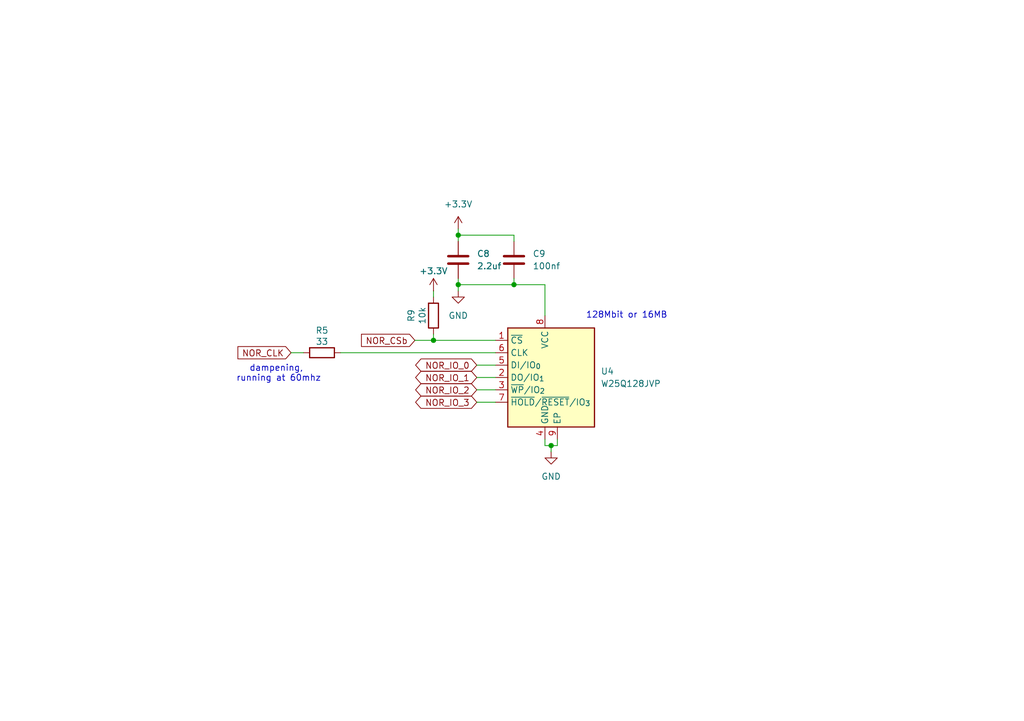
<source format=kicad_sch>
(kicad_sch (version 20250114) (generator "eeschema") (generator_version "9.0")
  (paper "A5")
  (lib_symbols
    (symbol "Device:C" (pin_numbers (hide yes)) (pin_names (offset 0.254))
      (property "Reference" "C" (at 0.635 2.54 0))
      (property "Value" "C" (at 0.635 -2.54 0))
      (symbol "C_0_1"
        (polyline (pts (xy -2.032 0.762) (xy 2.032 0.762)) (stroke (width 0.508)))
        (polyline (pts (xy -2.032 -0.762) (xy 2.032 -0.762)) (stroke (width 0.508)))
      )
      (symbol "C_1_1"
        (pin passive line (at 0 3.81 270) (length 2.794) (name "~") (number "1"))
        (pin passive line (at 0 -3.81 90) (length 2.794) (name "~") (number "2"))
      )
    )
    (symbol "Device:R" (pin_numbers (hide yes)) (pin_names (offset 0))
      (property "Reference" "R" (at 2.032 0 90))
      (property "Value" "R" (at 0 0 90))
      (symbol "R_0_1"
        (rectangle (start -1.016 -2.54) (end 1.016 2.54) (stroke (width 0.254)))
      )
      (symbol "R_1_1"
        (pin passive line (at 0 3.81 270) (length 1.27) (name "~") (number "1"))
        (pin passive line (at 0 -3.81 90) (length 1.27) (name "~") (number "2"))
      )
    )
    (symbol "Memory_Flash:W25Q128JVP"
      (property "Reference" "U" (at -6.35 11.43 0))
      (property "Value" "W25Q128JVP" (at 7.62 11.43 0))
      (symbol "W25Q128JVP_0_1"
        (rectangle (start -7.62 10.16) (end 10.16 -10.16) (stroke (width 0.254)) (fill (type background)))
      )
      (symbol "W25Q128JVP_1_1"
        (pin input line (at -10.16 7.62 0) (length 2.54) (name "~{CS}") (number "1"))
        (pin input line (at -10.16 5.08 0) (length 2.54) (name "CLK") (number "6"))
        (pin bidirectional line (at -10.16 2.54 0) (length 2.54) (name "DI/IO_{0}") (number "5"))
        (pin bidirectional line (at -10.16 0 0) (length 2.54) (name "DO/IO_{1}") (number "2"))
        (pin bidirectional line (at -10.16 -2.54 0) (length 2.54) (name "~{WP}/IO_{2}") (number "3"))
        (pin bidirectional line (at -10.16 -5.08 0) (length 2.54) (name "~{HOLD}/~{RESET}/IO_{3}") (number "7"))
        (pin power_in line (at 0 12.7 270) (length 2.54) (name "VCC") (number "8"))
        (pin power_in line (at 0 -12.7 90) (length 2.54) (name "GND") (number "4"))
        (pin passive line (at 2.54 -12.7 90) (length 2.54) (name "EP") (number "9"))
      )
    )
    (symbol "power:+5V" (power) (pin_numbers (hide yes)) (pin_names (offset 0) (hide yes))
      (property "Value" "+5V" (at 0 3.556 0))
      (symbol "+5V_0_1"
        (polyline (pts (xy -0.762 1.27) (xy 0 2.54)))
        (polyline (pts (xy 0 2.54) (xy 0.762 1.27)))
        (polyline (pts (xy 0 0) (xy 0 2.54)))
      )
      (symbol "+5V_1_1"
        (pin power_in line (at 0 0 90) (length 0) (name "~") (number "1"))
      )
    )
    (symbol "power:GND" (power) (pin_numbers (hide yes)) (pin_names (offset 0) (hide yes))
      (property "Value" "GND" (at 0 -3.81 0))
      (symbol "GND_0_1"
        (polyline (pts (xy 0 0) (xy 0 -1.27) (xy 1.27 -1.27) (xy 0 -2.54) (xy -1.27 -1.27) (xy 0 -1.27)))
      )
      (symbol "GND_1_1"
        (pin power_in line (at 0 0 270) (length 0) (name "~") (number "1"))
      )
    )
  )
  (text "128Mbit or 16MB" (at 128.524 64.77 0) (effects (font (size 1.27 1.27))))
  (text "dampening, \nrunning at 60mhz" (at 57.15 76.708 0) (effects (font (size 1.27 1.27))))
  (junction (at 93.98 48.26))
  (junction (at 88.9 69.85))
  (junction (at 113.03 91.44))
  (junction (at 93.98 58.42))
  (junction (at 105.41 58.42))
  (wire (pts (xy 111.76 90.17) (xy 111.76 91.44)))
  (wire (pts (xy 93.98 49.53) (xy 93.98 48.26)))
  (wire (pts (xy 88.9 68.58) (xy 88.9 69.85)))
  (wire (pts (xy 97.79 82.55) (xy 101.6 82.55)))
  (wire (pts (xy 111.76 58.42) (xy 105.41 58.42)))
  (wire (pts (xy 111.76 91.44) (xy 113.03 91.44)))
  (wire (pts (xy 114.3 91.44) (xy 113.03 91.44)))
  (wire (pts (xy 97.79 80.01) (xy 101.6 80.01)))
  (wire (pts (xy 105.41 58.42) (xy 105.41 57.15)))
  (wire (pts (xy 93.98 58.42) (xy 105.41 58.42)))
  (wire (pts (xy 113.03 91.44) (xy 113.03 92.71)))
  (wire (pts (xy 93.98 58.42) (xy 93.98 59.69)))
  (wire (pts (xy 97.79 74.93) (xy 101.6 74.93)))
  (wire (pts (xy 114.3 90.17) (xy 114.3 91.44)))
  (wire (pts (xy 93.98 57.15) (xy 93.98 58.42)))
  (wire (pts (xy 59.69 72.39) (xy 62.23 72.39)))
  (wire (pts (xy 105.41 48.26) (xy 105.41 49.53)))
  (wire (pts (xy 97.79 77.47) (xy 101.6 77.47)))
  (wire (pts (xy 111.76 64.77) (xy 111.76 58.42)))
  (wire (pts (xy 85.09 69.85) (xy 88.9 69.85)))
  (wire (pts (xy 93.98 48.26) (xy 105.41 48.26)))
  (wire (pts (xy 88.9 69.85) (xy 101.6 69.85)))
  (wire (pts (xy 93.98 46.99) (xy 93.98 48.26)))
  (wire (pts (xy 88.9 59.69) (xy 88.9 60.96)))
  (wire (pts (xy 69.85 72.39) (xy 101.6 72.39)))
  (global_label "NOR_CLK" (shape input) (at 59.69 72.39 180) (property "Intersheetrefs" "${INTERSHEET_REFS}" (effects (hide yes))))
  (global_label "NOR_IO_3" (shape bidirectional) (at 97.79 82.55 180) (property "Intersheetrefs" "${INTERSHEET_REFS}" (effects (hide yes))))
  (global_label "NOR_IO_0" (shape bidirectional) (at 97.79 74.93 180) (property "Intersheetrefs" "${INTERSHEET_REFS}" (effects (hide yes))))
  (global_label "NOR_IO_1" (shape bidirectional) (at 97.79 77.47 180) (property "Intersheetrefs" "${INTERSHEET_REFS}" (effects (hide yes))))
  (global_label "NOR_IO_2" (shape bidirectional) (at 97.79 80.01 180) (property "Intersheetrefs" "${INTERSHEET_REFS}" (effects (hide yes))))
  (global_label "NOR_CSb" (shape input) (at 85.09 69.85 180) (property "Intersheetrefs" "${INTERSHEET_REFS}" (effects (hide yes))))
  (symbol (lib_id "Device:C") (at 93.98 53.34 0) (unit 1)
    (property "Reference" "C8" (at 97.79 52.0699 0) (effects (justify left)))
    (property "Value" "2.2uf" (at 97.79 54.6099 0) (effects (justify left)))
    (property "Footprint" "Capacitor_SMD:C_0603_1608Metric" (effects (hide yes)))
    (property "Description" "Unpolarized capacitor" (effects (hide yes)))
  )
  (symbol (lib_id "Memory_Flash:W25Q128JVP") (at 111.76 77.47 0) (unit 1)
    (property "Reference" "U4" (at 123.19 76.1999 0) (effects (justify left)))
    (property "Value" "W25Q128JVP" (at 123.19 78.7399 0) (effects (justify left)))
    (property "Footprint" "Package_SON:WSON-8-1EP_6x5mm_P1.27mm_EP3.4x4.3mm" (effects (hide yes)))
    (property "Datasheet" "https://www.winbond.com/resource-files/w25q128jv_dtr%20revc%2003272018%20plus.pdf" (effects (hide yes)))
    (property "Description" "128Mbit / 16MiB Serial Flash Memory, Standard/Dual/Quad SPI, 2.7-3.6V, WSON-8" (effects (hide yes)))
  )
  (symbol (lib_id "Device:C") (at 105.41 53.34 0) (unit 1)
    (property "Reference" "C9" (at 109.22 52.0699 0) (effects (justify left)))
    (property "Value" "100nf" (at 109.22 54.6099 0) (effects (justify left)))
    (property "Footprint" "Capacitor_SMD:C_0402_1005Metric" (effects (hide yes)))
    (property "Description" "Unpolarized capacitor" (effects (hide yes)))
  )
  (symbol (lib_id "power:+5V") (at 88.9 59.69 0) (unit 1)
    (property "Reference" "#PWR041" (effects (hide yes)))
    (property "Value" "+3.3V" (at 88.9 55.626 0))
    (property "Description" "Power symbol creates a global label with name \"+5V\"" (effects (hide yes)))
  )
  (symbol (lib_id "Device:R") (at 66.04 72.39 90) (unit 1)
    (property "Reference" "R5" (at 66.04 67.818 90))
    (property "Value" "33" (at 66.04 70.104 90))
    (property "Footprint" "Resistor_SMD:R_0402_1005Metric" (effects (hide yes)))
    (property "Description" "Resistor" (effects (hide yes)))
  )
  (symbol (lib_id "power:GND") (at 93.98 59.69 0) (unit 1)
    (property "Reference" "#PWR055" (effects (hide yes)))
    (property "Value" "GND" (at 93.98 64.77 0))
    (property "Description" "Power symbol creates a global label with name \"GND\" , ground" (effects (hide yes)))
  )
  (symbol (lib_id "Device:R") (at 88.9 64.77 180) (unit 1)
    (property "Reference" "R9" (at 84.328 64.77 90))
    (property "Value" "10k" (at 86.614 64.77 90))
    (property "Footprint" "Resistor_SMD:R_0402_1005Metric" (effects (hide yes)))
    (property "Description" "Resistor" (effects (hide yes)))
  )
  (symbol (lib_id "power:GND") (at 113.03 92.71 0) (unit 1)
    (property "Reference" "#PWR056" (effects (hide yes)))
    (property "Value" "GND" (at 113.03 97.79 0))
    (property "Description" "Power symbol creates a global label with name \"GND\" , ground" (effects (hide yes)))
  )
  (symbol (lib_id "power:+5V") (at 93.98 46.99 0) (unit 1)
    (property "Reference" "#PWR018" (effects (hide yes)))
    (property "Value" "+3.3V" (at 93.98 41.91 0))
    (property "Description" "Power symbol creates a global label with name \"+5V\"" (effects (hide yes)))
  )
)
</source>
